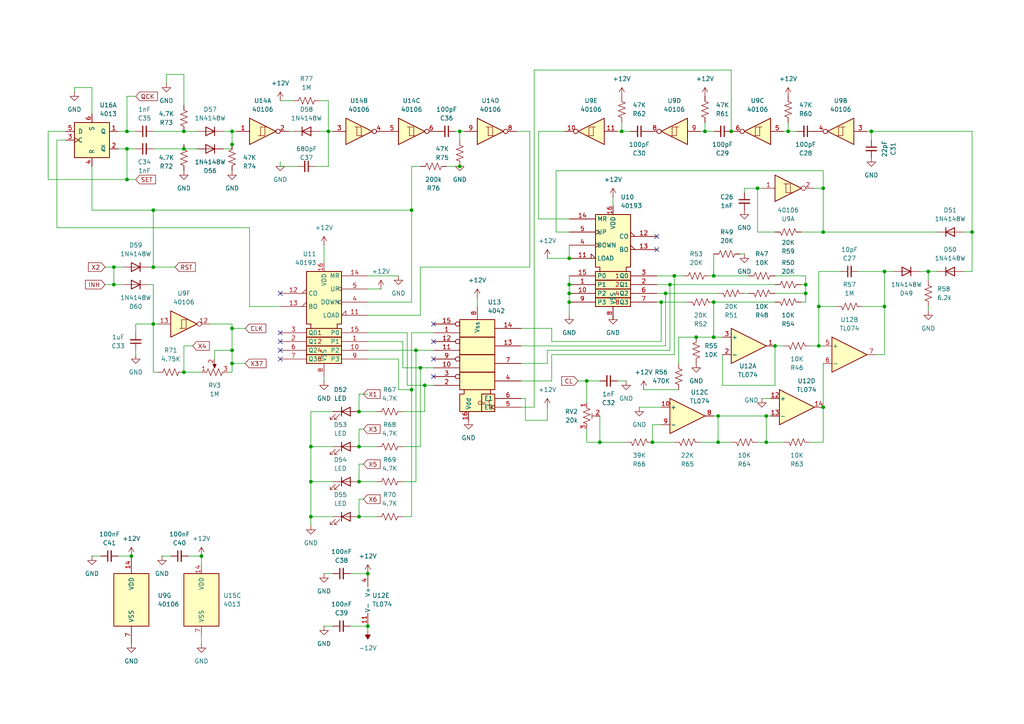
<source format=kicad_sch>
(kicad_sch (version 20231120) (generator "eeschema") (generator_version "8.0")
  (paper "A4")
  (junction (at 204.47 38.1))
  (junction (at 191.77 87.63))
  (junction (at 90.17 139.7))
  (junction (at 58.42 161.29))
  (junction (at 237.49 88.9))
  (junction (at 36.83 52.07))
  (junction (at 44.45 77.47))
  (junction (at 237.49 100.33))
  (junction (at 281.94 67.31))
  (junction (at 95.25 38.1))
  (junction (at 170.18 110.49))
  (junction (at 194.31 82.55))
  (junction (at 67.31 38.1))
  (junction (at 36.83 43.18))
  (junction (at 165.1 85.09))
  (junction (at 165.1 87.63))
  (junction (at 233.68 82.55))
  (junction (at 121.92 106.68))
  (junction (at 212.09 38.1))
  (junction (at 119.38 113.03))
  (junction (at 222.25 128.27))
  (junction (at 201.93 97.79))
  (junction (at 173.99 128.27))
  (junction (at 233.68 85.09))
  (junction (at 224.79 100.33))
  (junction (at 207.01 80.01))
  (junction (at 189.23 128.27))
  (junction (at 53.34 107.95))
  (junction (at 53.34 38.1))
  (junction (at 90.17 129.54))
  (junction (at 208.28 128.27))
  (junction (at 207.01 87.63))
  (junction (at 119.38 60.96))
  (junction (at 67.31 95.25))
  (junction (at 67.31 101.6))
  (junction (at 269.24 78.74))
  (junction (at 33.02 82.55))
  (junction (at 53.34 43.18))
  (junction (at 133.35 38.1))
  (junction (at 165.1 82.55))
  (junction (at 90.17 149.86))
  (junction (at 104.14 149.86))
  (junction (at 120.65 101.6))
  (junction (at 207.01 97.79))
  (junction (at 165.1 74.93))
  (junction (at 256.54 88.9))
  (junction (at 193.04 85.09))
  (junction (at 106.68 181.61))
  (junction (at 67.31 41.91))
  (junction (at 238.76 54.61))
  (junction (at 222.25 120.65))
  (junction (at 238.76 67.31))
  (junction (at 123.19 111.76))
  (junction (at 36.83 38.1))
  (junction (at 238.76 118.11))
  (junction (at 44.45 60.96))
  (junction (at 180.34 38.1))
  (junction (at 38.1 161.29))
  (junction (at 208.28 120.65))
  (junction (at 228.6 38.1))
  (junction (at 256.54 78.74))
  (junction (at 67.31 105.41))
  (junction (at 44.45 93.98))
  (junction (at 195.58 80.01))
  (junction (at 106.68 166.37))
  (junction (at 104.14 129.54))
  (junction (at 33.02 77.47))
  (junction (at 133.35 48.26))
  (junction (at 219.71 54.61))
  (junction (at 104.14 119.38))
  (junction (at 252.73 38.1))
  (junction (at 104.14 139.7))
  (no_connect (at 125.73 104.14))
  (no_connect (at 81.28 104.14))
  (no_connect (at 81.28 99.06))
  (no_connect (at 125.73 109.22))
  (no_connect (at 190.5 72.39))
  (no_connect (at 125.73 99.06))
  (no_connect (at 125.73 93.98))
  (no_connect (at 190.5 68.58))
  (no_connect (at 81.28 101.6))
  (no_connect (at 81.28 96.52))
  (no_connect (at 81.28 85.09))
  (wire (pts (xy 152.4 115.57) (xy 152.4 121.92)))
  (wire (pts (xy 92.71 29.21) (xy 95.25 29.21)))
  (wire (pts (xy 233.68 87.63) (xy 232.41 87.63)))
  (wire (pts (xy 207.01 80.01) (xy 217.17 80.01)))
  (wire (pts (xy 64.77 43.18) (xy 67.31 43.18)))
  (wire (pts (xy 123.19 119.38) (xy 123.19 111.76)))
  (wire (pts (xy 170.18 110.49) (xy 170.18 116.84)))
  (wire (pts (xy 21.59 26.67) (xy 21.59 25.4)))
  (wire (pts (xy 81.28 48.26) (xy 81.28 46.99)))
  (wire (pts (xy 269.24 78.74) (xy 271.78 78.74)))
  (wire (pts (xy 237.49 78.74) (xy 237.49 88.9)))
  (wire (pts (xy 227.33 100.33) (xy 224.79 100.33)))
  (wire (pts (xy 93.98 109.22) (xy 93.98 110.49)))
  (wire (pts (xy 53.34 21.59) (xy 48.26 21.59)))
  (wire (pts (xy 72.39 88.9) (xy 72.39 66.04)))
  (wire (pts (xy 238.76 128.27) (xy 238.76 118.11)))
  (wire (pts (xy 238.76 49.53) (xy 238.76 54.61)))
  (wire (pts (xy 173.99 120.65) (xy 173.99 128.27)))
  (wire (pts (xy 222.25 128.27) (xy 227.33 128.27)))
  (wire (pts (xy 36.83 43.18) (xy 34.29 43.18)))
  (wire (pts (xy 248.92 78.74) (xy 256.54 78.74)))
  (wire (pts (xy 173.99 128.27) (xy 170.18 128.27)))
  (wire (pts (xy 165.1 80.01) (xy 165.1 82.55)))
  (wire (pts (xy 30.48 77.47) (xy 33.02 77.47)))
  (wire (pts (xy 195.58 128.27) (xy 189.23 128.27)))
  (wire (pts (xy 208.28 120.65) (xy 222.25 120.65)))
  (wire (pts (xy 179.07 38.1) (xy 180.34 38.1)))
  (wire (pts (xy 156.21 38.1) (xy 163.83 38.1)))
  (wire (pts (xy 39.37 102.87) (xy 39.37 101.6)))
  (wire (pts (xy 158.75 101.6) (xy 194.31 101.6)))
  (wire (pts (xy 104.14 139.7) (xy 109.22 139.7)))
  (wire (pts (xy 33.02 82.55) (xy 33.02 77.47)))
  (wire (pts (xy 115.57 113.03) (xy 119.38 113.03)))
  (wire (pts (xy 67.31 95.25) (xy 71.12 95.25)))
  (wire (pts (xy 214.63 73.66) (xy 215.9 73.66)))
  (wire (pts (xy 219.71 67.31) (xy 224.79 67.31)))
  (wire (pts (xy 207.01 73.66) (xy 207.01 80.01)))
  (wire (pts (xy 106.68 83.82) (xy 110.49 83.82)))
  (wire (pts (xy 120.65 139.7) (xy 120.65 101.6)))
  (wire (pts (xy 256.54 78.74) (xy 259.08 78.74)))
  (wire (pts (xy 106.68 96.52) (xy 118.11 96.52)))
  (wire (pts (xy 53.34 43.18) (xy 53.34 41.91)))
  (wire (pts (xy 190.5 80.01) (xy 195.58 80.01)))
  (wire (pts (xy 13.97 38.1) (xy 13.97 52.07)))
  (wire (pts (xy 133.35 48.26) (xy 133.35 46.99)))
  (wire (pts (xy 121.92 106.68) (xy 125.73 106.68)))
  (wire (pts (xy 242.57 88.9) (xy 237.49 88.9)))
  (wire (pts (xy 222.25 120.65) (xy 223.52 120.65)))
  (wire (pts (xy 160.02 99.06) (xy 160.02 95.25)))
  (wire (pts (xy 223.52 115.57) (xy 220.98 115.57)))
  (wire (pts (xy 104.14 114.3) (xy 104.14 119.38)))
  (wire (pts (xy 115.57 104.14) (xy 115.57 113.03)))
  (wire (pts (xy 58.42 186.69) (xy 58.42 184.15)))
  (wire (pts (xy 180.34 35.56) (xy 180.34 38.1)))
  (wire (pts (xy 195.58 102.87) (xy 195.58 80.01)))
  (wire (pts (xy 39.37 27.94) (xy 36.83 27.94)))
  (wire (pts (xy 120.65 101.6) (xy 125.73 101.6)))
  (wire (pts (xy 194.31 82.55) (xy 224.79 82.55)))
  (wire (pts (xy 194.31 101.6) (xy 194.31 82.55)))
  (wire (pts (xy 67.31 43.18) (xy 67.31 41.91)))
  (wire (pts (xy 90.17 129.54) (xy 90.17 139.7)))
  (wire (pts (xy 105.41 144.78) (xy 104.14 144.78)))
  (wire (pts (xy 161.29 67.31) (xy 165.1 67.31)))
  (wire (pts (xy 160.02 110.49) (xy 160.02 102.87)))
  (wire (pts (xy 33.02 77.47) (xy 35.56 77.47)))
  (wire (pts (xy 26.67 25.4) (xy 26.67 33.02)))
  (wire (pts (xy 209.55 102.87) (xy 209.55 111.76)))
  (wire (pts (xy 95.25 38.1) (xy 92.71 38.1)))
  (wire (pts (xy 233.68 80.01) (xy 233.68 82.55)))
  (wire (pts (xy 46.99 161.29) (xy 49.53 161.29)))
  (wire (pts (xy 58.42 107.95) (xy 53.34 107.95)))
  (wire (pts (xy 153.67 38.1) (xy 153.67 77.47)))
  (wire (pts (xy 44.45 82.55) (xy 44.45 93.98)))
  (wire (pts (xy 118.11 111.76) (xy 123.19 111.76)))
  (wire (pts (xy 186.69 113.03) (xy 196.85 113.03)))
  (wire (pts (xy 81.28 88.9) (xy 72.39 88.9)))
  (wire (pts (xy 160.02 95.25) (xy 151.13 95.25)))
  (wire (pts (xy 233.68 85.09) (xy 233.68 82.55)))
  (wire (pts (xy 104.14 134.62) (xy 104.14 139.7)))
  (wire (pts (xy 48.26 21.59) (xy 48.26 24.13)))
  (wire (pts (xy 36.83 38.1) (xy 34.29 38.1)))
  (wire (pts (xy 57.15 38.1) (xy 53.34 38.1)))
  (wire (pts (xy 123.19 111.76) (xy 125.73 111.76)))
  (wire (pts (xy 208.28 128.27) (xy 212.09 128.27)))
  (wire (pts (xy 153.67 38.1) (xy 149.86 38.1)))
  (wire (pts (xy 96.52 38.1) (xy 95.25 38.1)))
  (wire (pts (xy 44.45 77.47) (xy 50.8 77.47)))
  (wire (pts (xy 16.51 40.64) (xy 19.05 40.64)))
  (wire (pts (xy 43.18 77.47) (xy 44.45 77.47)))
  (wire (pts (xy 232.41 82.55) (xy 233.68 82.55)))
  (wire (pts (xy 21.59 25.4) (xy 26.67 25.4)))
  (wire (pts (xy 44.45 60.96) (xy 119.38 60.96)))
  (wire (pts (xy 170.18 128.27) (xy 170.18 124.46)))
  (wire (pts (xy 165.1 74.93) (xy 172.72 74.93)))
  (wire (pts (xy 60.96 93.98) (xy 67.31 93.98)))
  (wire (pts (xy 153.67 77.47) (xy 121.92 77.47)))
  (wire (pts (xy 196.85 97.79) (xy 201.93 97.79)))
  (wire (pts (xy 93.98 71.12) (xy 93.98 76.2)))
  (wire (pts (xy 177.8 57.15) (xy 177.8 59.69)))
  (wire (pts (xy 44.45 77.47) (xy 44.45 60.96)))
  (wire (pts (xy 252.73 38.1) (xy 252.73 40.64)))
  (wire (pts (xy 250.19 88.9) (xy 256.54 88.9)))
  (wire (pts (xy 90.17 119.38) (xy 90.17 129.54)))
  (wire (pts (xy 238.76 49.53) (xy 161.29 49.53)))
  (wire (pts (xy 101.6 181.61) (xy 106.68 181.61)))
  (wire (pts (xy 67.31 105.41) (xy 67.31 107.95)))
  (wire (pts (xy 133.35 38.1) (xy 134.62 38.1)))
  (wire (pts (xy 224.79 80.01) (xy 233.68 80.01)))
  (wire (pts (xy 154.94 118.11) (xy 151.13 118.11)))
  (wire (pts (xy 119.38 60.96) (xy 119.38 87.63)))
  (wire (pts (xy 215.9 55.88) (xy 215.9 54.61)))
  (wire (pts (xy 35.56 82.55) (xy 33.02 82.55)))
  (wire (pts (xy 167.64 110.49) (xy 170.18 110.49)))
  (wire (pts (xy 204.47 38.1) (xy 207.01 38.1)))
  (wire (pts (xy 256.54 88.9) (xy 256.54 102.87)))
  (wire (pts (xy 85.09 29.21) (xy 81.28 29.21)))
  (wire (pts (xy 101.6 166.37) (xy 106.68 166.37)))
  (wire (pts (xy 151.13 115.57) (xy 152.4 115.57)))
  (wire (pts (xy 191.77 87.63) (xy 190.5 87.63)))
  (wire (pts (xy 64.77 38.1) (xy 67.31 38.1)))
  (wire (pts (xy 158.75 121.92) (xy 158.75 118.11)))
  (wire (pts (xy 67.31 93.98) (xy 67.31 95.25)))
  (wire (pts (xy 104.14 119.38) (xy 109.22 119.38)))
  (wire (pts (xy 121.92 77.47) (xy 121.92 91.44)))
  (wire (pts (xy 90.17 129.54) (xy 96.52 129.54)))
  (wire (pts (xy 90.17 149.86) (xy 90.17 152.4)))
  (wire (pts (xy 104.14 149.86) (xy 109.22 149.86)))
  (wire (pts (xy 132.08 38.1) (xy 133.35 38.1)))
  (wire (pts (xy 252.73 38.1) (xy 251.46 38.1)))
  (wire (pts (xy 90.17 139.7) (xy 90.17 149.86)))
  (wire (pts (xy 72.39 66.04) (xy 16.51 66.04)))
  (wire (pts (xy 212.09 38.1) (xy 212.09 20.32)))
  (wire (pts (xy 116.84 149.86) (xy 119.38 149.86)))
  (wire (pts (xy 106.68 104.14) (xy 115.57 104.14)))
  (wire (pts (xy 215.9 54.61) (xy 219.71 54.61)))
  (wire (pts (xy 193.04 85.09) (xy 208.28 85.09)))
  (wire (pts (xy 118.11 96.52) (xy 118.11 111.76)))
  (wire (pts (xy 54.61 161.29) (xy 58.42 161.29)))
  (wire (pts (xy 165.1 71.12) (xy 165.1 74.93)))
  (wire (pts (xy 116.84 119.38) (xy 123.19 119.38)))
  (wire (pts (xy 232.41 67.31) (xy 238.76 67.31)))
  (wire (pts (xy 219.71 54.61) (xy 219.71 67.31)))
  (wire (pts (xy 281.94 67.31) (xy 281.94 38.1)))
  (wire (pts (xy 44.45 82.55) (xy 43.18 82.55)))
  (wire (pts (xy 191.77 118.11) (xy 185.42 118.11)))
  (wire (pts (xy 44.45 93.98) (xy 45.72 93.98)))
  (wire (pts (xy 67.31 105.41) (xy 71.12 105.41)))
  (wire (pts (xy 180.34 38.1) (xy 182.88 38.1)))
  (wire (pts (xy 13.97 52.07) (xy 36.83 52.07)))
  (wire (pts (xy 106.68 181.61) (xy 106.68 182.88)))
  (wire (pts (xy 119.38 149.86) (xy 119.38 113.03)))
  (wire (pts (xy 165.1 82.55) (xy 165.1 85.09)))
  (wire (pts (xy 104.14 124.46) (xy 104.14 129.54)))
  (wire (pts (xy 224.79 85.09) (xy 233.68 85.09)))
  (wire (pts (xy 16.51 66.04) (xy 16.51 40.64)))
  (wire (pts (xy 116.84 139.7) (xy 120.65 139.7)))
  (wire (pts (xy 227.33 38.1) (xy 228.6 38.1)))
  (wire (pts (xy 279.4 78.74) (xy 281.94 78.74)))
  (wire (pts (xy 106.68 99.06) (xy 116.84 99.06)))
  (wire (pts (xy 207.01 87.63) (xy 224.79 87.63)))
  (wire (pts (xy 116.84 106.68) (xy 121.92 106.68)))
  (wire (pts (xy 39.37 93.98) (xy 44.45 93.98)))
  (wire (pts (xy 238.76 100.33) (xy 237.49 100.33)))
  (wire (pts (xy 119.38 96.52) (xy 125.73 96.52)))
  (wire (pts (xy 105.41 124.46) (xy 104.14 124.46)))
  (wire (pts (xy 161.29 49.53) (xy 161.29 67.31)))
  (wire (pts (xy 26.67 60.96) (xy 44.45 60.96)))
  (wire (pts (xy 209.55 97.79) (xy 207.01 97.79)))
  (wire (pts (xy 238.76 67.31) (xy 238.76 54.61)))
  (wire (pts (xy 281.94 38.1) (xy 252.73 38.1)))
  (wire (pts (xy 105.41 134.62) (xy 104.14 134.62)))
  (wire (pts (xy 26.67 48.26) (xy 26.67 60.96)))
  (wire (pts (xy 116.84 129.54) (xy 121.92 129.54)))
  (wire (pts (xy 121.92 48.26) (xy 119.38 48.26)))
  (wire (pts (xy 36.83 27.94) (xy 36.83 38.1)))
  (wire (pts (xy 189.23 128.27) (xy 189.23 123.19)))
  (wire (pts (xy 44.45 107.95) (xy 44.45 93.98)))
  (wire (pts (xy 86.36 48.26) (xy 81.28 48.26)))
  (wire (pts (xy 219.71 128.27) (xy 222.25 128.27)))
  (wire (pts (xy 158.75 74.93) (xy 165.1 74.93)))
  (wire (pts (xy 116.84 99.06) (xy 116.84 106.68)))
  (wire (pts (xy 177.8 92.71) (xy 177.8 91.44)))
  (wire (pts (xy 67.31 95.25) (xy 67.31 101.6)))
  (wire (pts (xy 26.67 161.29) (xy 29.21 161.29)))
  (wire (pts (xy 133.35 40.64) (xy 133.35 38.1)))
  (wire (pts (xy 106.68 80.01) (xy 115.57 80.01)))
  (wire (pts (xy 39.37 43.18) (xy 36.83 43.18)))
  (wire (pts (xy 201.93 97.79) (xy 207.01 97.79)))
  (wire (pts (xy 119.38 48.26) (xy 119.38 60.96)))
  (wire (pts (xy 39.37 96.52) (xy 39.37 93.98)))
  (wire (pts (xy 281.94 78.74) (xy 281.94 67.31)))
  (wire (pts (xy 151.13 110.49) (xy 160.02 110.49)))
  (wire (pts (xy 106.68 101.6) (xy 120.65 101.6)))
  (wire (pts (xy 196.85 105.41) (xy 196.85 97.79)))
  (wire (pts (xy 67.31 38.1) (xy 68.58 38.1)))
  (wire (pts (xy 104.14 144.78) (xy 104.14 149.86)))
  (wire (pts (xy 220.98 54.61) (xy 219.71 54.61)))
  (wire (pts (xy 173.99 110.49) (xy 170.18 110.49)))
  (wire (pts (xy 228.6 35.56) (xy 228.6 38.1)))
  (wire (pts (xy 243.84 78.74) (xy 237.49 78.74)))
  (wire (pts (xy 156.21 38.1) (xy 156.21 63.5)))
  (wire (pts (xy 34.29 161.29) (xy 38.1 161.29)))
  (wire (pts (xy 67.31 38.1) (xy 67.31 41.91)))
  (wire (pts (xy 93.98 181.61) (xy 96.52 181.61)))
  (wire (pts (xy 238.76 67.31) (xy 271.78 67.31)))
  (wire (pts (xy 95.25 29.21) (xy 95.25 38.1)))
  (wire (pts (xy 121.92 129.54) (xy 121.92 106.68)))
  (wire (pts (xy 83.82 38.1) (xy 85.09 38.1)))
  (wire (pts (xy 204.47 35.56) (xy 204.47 38.1)))
  (wire (pts (xy 90.17 149.86) (xy 96.52 149.86)))
  (wire (pts (xy 199.39 87.63) (xy 191.77 87.63)))
  (wire (pts (xy 203.2 38.1) (xy 204.47 38.1)))
  (wire (pts (xy 269.24 78.74) (xy 269.24 81.28)))
  (wire (pts (xy 207.01 120.65) (xy 208.28 120.65)))
  (wire (pts (xy 67.31 101.6) (xy 67.31 105.41)))
  (wire (pts (xy 156.21 63.5) (xy 165.1 63.5)))
  (wire (pts (xy 195.58 80.01) (xy 198.12 80.01)))
  (wire (pts (xy 160.02 102.87) (xy 195.58 102.87)))
  (wire (pts (xy 36.83 43.18) (xy 36.83 52.07)))
  (wire (pts (xy 58.42 161.29) (xy 58.42 163.83)))
  (wire (pts (xy 256.54 78.74) (xy 256.54 88.9)))
  (wire (pts (xy 95.25 48.26) (xy 91.44 48.26)))
  (wire (pts (xy 121.92 91.44) (xy 106.68 91.44)))
  (wire (pts (xy 238.76 54.61) (xy 236.22 54.61)))
  (wire (pts (xy 228.6 38.1) (xy 231.14 38.1)))
  (wire (pts (xy 95.25 38.1) (xy 95.25 48.26)))
  (wire (pts (xy 19.05 38.1) (xy 13.97 38.1)))
  (wire (pts (xy 160.02 99.06) (xy 191.77 99.06)))
  (wire (pts (xy 215.9 85.09) (xy 217.17 85.09)))
  (wire (pts (xy 209.55 111.76) (xy 224.79 111.76)))
  (wire (pts (xy 30.48 82.55) (xy 33.02 82.55)))
  (wire (pts (xy 158.75 105.41) (xy 158.75 101.6)))
  (wire (pts (xy 152.4 121.92) (xy 158.75 121.92)))
  (wire (pts (xy 165.1 91.44) (xy 165.1 87.63)))
  (wire (pts (xy 96.52 119.38) (xy 90.17 119.38)))
  (wire (pts (xy 154.94 20.32) (xy 154.94 118.11)))
  (wire (pts (xy 129.54 48.26) (xy 133.35 48.26)))
  (wire (pts (xy 151.13 105.41) (xy 158.75 105.41)))
  (wire (pts (xy 173.99 128.27) (xy 181.61 128.27)))
  (wire (pts (xy 189.23 123.19) (xy 191.77 123.19)))
  (wire (pts (xy 222.25 128.27) (xy 222.25 120.65)))
  (wire (pts (xy 53.34 30.48) (xy 53.34 21.59)))
  (wire (pts (xy 208.28 120.65) (xy 208.28 128.27)))
  (wire (pts (xy 224.79 111.76) (xy 224.79 100.33)))
  (wire (pts (xy 234.95 128.27) (xy 238.76 128.27)))
  (wire (pts (xy 269.24 90.17) (xy 269.24 88.9)))
  (wire (pts (xy 104.14 129.54) (xy 109.22 129.54)))
  (wire (pts (xy 39.37 52.07) (xy 36.83 52.07)))
  (wire (pts (xy 53.34 100.33) (xy 53.34 107.95)))
  (wire (pts (xy 256.54 102.87) (xy 254 102.87)))
  (wire (pts (xy 179.07 110.49) (xy 181.61 110.49)))
  (wire (pts (xy 238.76 105.41) (xy 238.76 118.11)))
  (wire (pts (xy 44.45 38.1) (xy 53.34 38.1)))
  (wire (pts (xy 266.7 78.74) (xy 269.24 78.74)))
  (wire (pts (xy 93.98 166.37) (xy 96.52 166.37)))
  (wire (pts (xy 104.14 114.3) (xy 106.68 114.3)))
  (wire (pts (xy 57.15 43.18) (xy 53.34 43.18)))
  (wire (pts (xy 237.49 88.9) (xy 237.49 100.33)))
  (wire (pts (xy 281.94 67.31) (xy 279.4 67.31)))
  (wire (pts (xy 190.5 85.09) (xy 193.04 85.09)))
  (wire (pts (xy 119.38 87.63) (xy 106.68 87.63)))
  (wire (pts (xy 237.49 100.33) (xy 234.95 100.33)))
  (wire (pts (xy 90.17 139.7) (xy 96.52 139.7)))
  (wire (pts (xy 62.23 101.6) (xy 67.31 101.6)))
  (wire (pts (xy 205.74 80.01) (xy 207.01 80.01)))
  (wire (pts (xy 67.31 107.95) (xy 66.04 107.95)))
  (wire (pts (xy 193.04 85.09) (xy 193.04 100.33)))
  (wire (pts (xy 191.77 99.06) (xy 191.77 87.63)))
  (wire (pts (xy 190.5 82.55) (xy 194.31 82.55)))
  (wire (pts (xy 119.38 113.03) (xy 119.38 96.52)))
  (wire (pts (xy 165.1 85.09) (xy 165.1 87.63)))
  (wire (pts (xy 138.43 86.36) (xy 138.43 88.9)))
  (wire (pts (xy 45.72 107.95) (xy 44.45 107.95)))
  (wire (pts (xy 151.13 100.33) (xy 193.04 100.33)))
  (wire (pts (xy 62.23 101.6) (xy 62.23 104.14)))
  (wire (pts (xy 55.88 100.33) (xy 53.34 100.33)))
  (wire (pts (xy 203.2 128.27) (xy 208.28 128.27)))
  (wire (pts (xy 44.45 43.18) (xy 53.34 43.18)))
  (wire (pts (xy 233.68 85.09) (xy 233.68 87.63)))
  (wire (pts (xy 212.09 20.32) (xy 154.94 20.32)))
  (wire (pts (xy 207.01 97.79) (xy 207.01 87.63)))
  (wire (pts (xy 39.37 38.1) (xy 36.83 38.1)))
  (global_label "X37" (shape input) (at 71.12 105.41 0) (property "Intersheetrefs" "${INTERSHEET_REFS}" (effects (hide yes))))
  (global_label "INH" (shape input) (at 30.48 82.55 180) (property "Intersheetrefs" "${INTERSHEET_REFS}" (effects (hide yes))))
  (global_label "X1" (shape input) (at 105.41 114.3 0) (property "Intersheetrefs" "${INTERSHEET_REFS}" (effects (hide yes))))
  (global_label "X5" (shape input) (at 105.41 134.62 0) (property "Intersheetrefs" "${INTERSHEET_REFS}" (effects (hide yes))))
  (global_label "SET" (shape input) (at 39.37 52.07 0) (property "Intersheetrefs" "${INTERSHEET_REFS}" (effects (hide yes))))
  (global_label "X3" (shape input) (at 105.41 124.46 0) (property "Intersheetrefs" "${INTERSHEET_REFS}" (effects (hide yes))))
  (global_label "CL" (shape input) (at 167.64 110.49 180) (property "Intersheetrefs" "${INTERSHEET_REFS}" (effects (hide yes))))
  (global_label "X4" (shape input) (at 55.88 100.33 0) (property "Intersheetrefs" "${INTERSHEET_REFS}" (effects (hide yes))))
  (global_label "X2" (shape input) (at 30.48 77.47 180) (property "Intersheetrefs" "${INTERSHEET_REFS}" (effects (hide yes))))
  (global_label "X6" (shape input) (at 105.41 144.78 0) (property "Intersheetrefs" "${INTERSHEET_REFS}" (effects (hide yes))))
  (global_label "RST" (shape input) (at 50.8 77.47 0) (property "Intersheetrefs" "${INTERSHEET_REFS}" (effects (hide yes))))
  (global_label "CLK" (shape input) (at 71.12 95.25 0) (property "Intersheetrefs" "${INTERSHEET_REFS}" (effects (hide yes))))
  (global_label "QCK" (shape input) (at 39.37 27.94 0) (property "Intersheetrefs" "${INTERSHEET_REFS}" (effects (hide yes))))
  (symbol (lib_id "4xxx:40106") (at 104.14 38.1 0) (mirror x) (unit 2)
    (property "Reference" "U14" (at 104.14 29.21 0))
    (property "Value" "40106" (at 104.14 31.75 0))
    (property "Datasheet" "https://assets.nexperia.com/documents/data-sheet/HEF40106B.pdf" (effects (hide yes)))
    (property "Description" "Hex Schmitt trigger inverter" (effects (hide yes)))
  )
  (symbol (lib_id "Diode:1N4148W") (at 39.37 82.55 0) (mirror y) (unit 1)
    (property "Reference" "D60" (at 39.37 88.9 0))
    (property "Value" "1N4148W" (at 39.37 86.36 0))
    (property "Footprint" "Diode_SMD:D_SOD-123" (effects (hide yes)))
    (property "Datasheet" "https://www.vishay.com/docs/85748/1n4148w.pdf" (effects (hide yes)))
    (property "Description" "75V 0.15A Fast Switching Diode, SOD-123" (effects (hide yes)))
    (property "Sim.Device" "D" (effects (hide yes)))
    (property "Sim.Pins" "1=K 2=A" (effects (hide yes)))
  )
  (symbol (lib_id "power:+12V") (at 110.49 83.82 0) (unit 1)
    (property "Reference" "#PWR073" (effects (hide yes)))
    (property "Value" "+12V" (at 110.49 78.74 0))
    (property "Description" "Power symbol creates a global label with name \"+12V\"" (effects (hide yes)))
  )
  (symbol (lib_id "Device:C_Small") (at 176.53 110.49 270) (unit 1)
    (property "Reference" "C32" (at 176.5237 116.84 90))
    (property "Value" "1nF" (at 176.5237 114.3 90))
    (property "Footprint" "Capacitor_SMD:C_0805_2012Metric_Pad1.18x1.45mm_HandSolder" (effects (hide yes)))
    (property "Description" "Unpolarized capacitor, small symbol" (effects (hide yes)))
  )
  (symbol (lib_id "4xxx_IEEE:40193") (at 177.8 72.39 0) (unit 1)
    (property "Reference" "U10" (at 179.9941 57.15 0) (effects (justify left)))
    (property "Value" "40193" (at 179.9941 59.69 0) (effects (justify left)))
  )
  (symbol (lib_id "Device:R_US") (at 228.6 31.75 0) (unit 1)
    (property "Reference" "R60" (at 233.68 33.02 0))
    (property "Value" "47K" (at 233.68 30.48 0))
    (property "Footprint" "Resistor_SMD:R_0805_2012Metric_Pad1.20x1.40mm_HandSolder" (effects (hide yes)))
    (property "Description" "Resistor, US symbol" (effects (hide yes)))
  )
  (symbol (lib_id "Device:C_Small") (at 99.06 181.61 90) (unit 1)
    (property "Reference" "C39" (at 99.0537 177.8 90))
    (property "Value" "100nF" (at 99.0537 175.26 90))
    (property "Footprint" "Capacitor_SMD:C_0805_2012Metric_Pad1.18x1.45mm_HandSolder" (effects (hide yes)))
    (property "Description" "Unpolarized capacitor, small symbol" (effects (hide yes)))
  )
  (symbol (lib_id "4xxx:4013") (at 26.67 40.64 0) (unit 1)
    (property "Reference" "U16" (at 28.8641 30.48 0) (effects (justify left)))
    (property "Value" "4013" (at 28.8641 33.02 0) (effects (justify left)))
    (property "Datasheet" "http://www.onsemi.com/pub/Collateral/MC14013B-D.PDF" (effects (hide yes)))
    (property "Description" "Dual D  FlipFlop, Set & reset" (effects (hide yes)))
  )
  (symbol (lib_id "Device:C_Small") (at 39.37 99.06 180) (unit 1)
    (property "Reference" "C33" (at 34.2837 100.33 0))
    (property "Value" "1uF" (at 34.2837 97.79 0))
    (property "Footprint" "Capacitor_SMD:C_0805_2012Metric_Pad1.18x1.45mm_HandSolder" (effects (hide yes)))
    (property "Description" "Unpolarized capacitor, small symbol" (effects (hide yes)))
  )
  (symbol (lib_id "power:GND") (at 90.17 152.4 0) (unit 1)
    (property "Reference" "#PWR070" (effects (hide yes)))
    (property "Value" "GND" (at 90.17 157.48 0))
    (property "Description" "Power symbol creates a global label with name \"GND\" , ground" (effects (hide yes)))
  )
  (symbol (lib_id "Device:R_US") (at 228.6 87.63 90) (mirror x) (unit 1)
    (property "Reference" "R54" (at 228.6 93.98 90))
    (property "Value" "10K" (at 228.6 91.44 90))
    (property "Footprint" "Resistor_SMD:R_0805_2012Metric_Pad1.20x1.40mm_HandSolder" (effects (hide yes)))
    (property "Description" "Resistor, US symbol" (effects (hide yes)))
  )
  (symbol (lib_id "power:+12V") (at 93.98 71.12 0) (unit 1)
    (property "Reference" "#PWR072" (effects (hide yes)))
    (property "Value" "+12V" (at 93.98 66.04 0))
    (property "Description" "Power symbol creates a global label with name \"+12V\"" (effects (hide yes)))
  )
  (symbol (lib_id "4xxx:40106") (at 142.24 38.1 0) (mirror x) (unit 4)
    (property "Reference" "U14" (at 142.24 29.21 0))
    (property "Value" "40106" (at 142.24 31.75 0))
    (property "Datasheet" "https://assets.nexperia.com/documents/data-sheet/HEF40106B.pdf" (effects (hide yes)))
    (property "Description" "Hex Schmitt trigger inverter" (effects (hide yes)))
  )
  (symbol (lib_id "power:GND") (at 58.42 186.69 0) (unit 1)
    (property "Reference" "#PWR087" (effects (hide yes)))
    (property "Value" "GND" (at 58.42 191.77 0))
    (property "Description" "Power symbol creates a global label with name \"GND\" , ground" (effects (hide yes)))
  )
  (symbol (lib_id "power:GND") (at 38.1 186.69 0) (unit 1)
    (property "Reference" "#PWR086" (effects (hide yes)))
    (property "Value" "GND" (at 38.1 191.77 0))
    (property "Description" "Power symbol creates a global label with name \"GND\" , ground" (effects (hide yes)))
  )
  (symbol (lib_id "4xxx:4013") (at 58.42 173.99 0) (unit 3)
    (property "Reference" "U15" (at 64.77 172.7199 0) (effects (justify left)))
    (property "Value" "4013" (at 64.77 175.2599 0) (effects (justify left)))
    (property "Datasheet" "http://www.onsemi.com/pub/Collateral/MC14013B-D.PDF" (effects (hide yes)))
    (property "Description" "Dual D  FlipFlop, Set & reset" (effects (hide yes)))
  )
  (symbol (lib_id "Diode:1N4148W") (at 39.37 77.47 180) (unit 1)
    (property "Reference" "D59" (at 39.37 71.12 0))
    (property "Value" "1N4148W" (at 39.37 73.66 0))
    (property "Footprint" "Diode_SMD:D_SOD-123" (effects (hide yes)))
    (property "Datasheet" "https://www.vishay.com/docs/85748/1n4148w.pdf" (effects (hide yes)))
    (property "Description" "75V 0.15A Fast Switching Diode, SOD-123" (effects (hide yes)))
    (property "Sim.Device" "D" (effects (hide yes)))
    (property "Sim.Pins" "1=K 2=A" (effects (hide yes)))
  )
  (symbol (lib_id "power:GND") (at 215.9 73.66 0) (unit 1)
    (property "Reference" "#PWR056" (effects (hide yes)))
    (property "Value" "GND" (at 215.9 78.74 0))
    (property "Description" "Power symbol creates a global label with name \"GND\" , ground" (effects (hide yes)))
  )
  (symbol (lib_id "4xxx:40106") (at 53.34 93.98 0) (unit 6)
    (property "Reference" "U9" (at 53.34 85.09 0))
    (property "Value" "40106" (at 53.34 87.63 0))
    (property "Datasheet" "https://assets.nexperia.com/documents/data-sheet/HEF40106B.pdf" (effects (hide yes)))
    (property "Description" "Hex Schmitt trigger inverter" (effects (hide yes)))
  )
  (symbol (lib_id "Device:R_US") (at 113.03 129.54 90) (unit 1)
    (property "Reference" "R68" (at 113.03 123.19 90))
    (property "Value" "4.7K" (at 113.03 125.73 90))
    (property "Footprint" "Resistor_SMD:R_0805_2012Metric_Pad1.20x1.40mm_HandSolder" (effects (hide yes)))
    (property "Description" "Resistor, US symbol" (effects (hide yes)))
  )
  (symbol (lib_id "Device:R_US") (at 228.6 82.55 90) (unit 1)
    (property "Reference" "R50" (at 228.6 76.2 90))
    (property "Value" "20K" (at 228.6 78.74 90))
    (property "Footprint" "Resistor_SMD:R_0805_2012Metric_Pad1.20x1.40mm_HandSolder" (effects (hide yes)))
    (property "Description" "Resistor, US symbol" (effects (hide yes)))
  )
  (symbol (lib_id "4xxx:40106") (at 228.6 54.61 0) (mirror x) (unit 1)
    (property "Reference" "U9" (at 228.6 63.5 0))
    (property "Value" "40106" (at 228.6 60.96 0))
    (property "Datasheet" "https://assets.nexperia.com/documents/data-sheet/HEF40106B.pdf" (effects (hide yes)))
    (property "Description" "Hex Schmitt trigger inverter" (effects (hide yes)))
  )
  (symbol (lib_id "power:GND") (at 165.1 91.44 0) (unit 1)
    (property "Reference" "#PWR052" (effects (hide yes)))
    (property "Value" "GND" (at 165.1 96.52 0))
    (property "Description" "Power symbol creates a global label with name \"GND\" , ground" (effects (hide yes)))
  )
  (symbol (lib_id "4xxx_IEEE:4042") (at 138.43 106.68 180) (unit 1)
    (property "Reference" "U13" (at 141.4465 87.63 0) (effects (justify right)))
    (property "Value" "4042" (at 141.4465 90.17 0) (effects (justify right)))
  )
  (symbol (lib_id "Device:LED") (at 100.33 119.38 0) (unit 1)
    (property "Reference" "D52" (at 98.7425 113.03 0))
    (property "Value" "LED" (at 98.7425 115.57 0))
    (property "Description" "Light emitting diode" (effects (hide yes)))
  )
  (symbol (lib_id "power:GND") (at 39.37 102.87 0) (unit 1)
    (property "Reference" "#PWR075" (effects (hide yes)))
    (property "Value" "GND" (at 39.37 107.95 0))
    (property "Description" "Power symbol creates a global label with name \"GND\" , ground" (effects (hide yes)))
  )
  (symbol (lib_id "Device:R_US") (at 220.98 85.09 90) (mirror x) (unit 1)
    (property "Reference" "R48" (at 220.98 91.44 90))
    (property "Value" "10K" (at 220.98 88.9 90))
    (property "Footprint" "Resistor_SMD:R_0805_2012Metric_Pad1.20x1.40mm_HandSolder" (effects (hide yes)))
    (property "Description" "Resistor, US symbol" (effects (hide yes)))
  )
  (symbol (lib_id "4xxx:40106") (at 38.1 173.99 0) (unit 7)
    (property "Reference" "U9" (at 45.72 172.7199 0) (effects (justify left)))
    (property "Value" "40106" (at 45.72 175.2599 0) (effects (justify left)))
    (property "Datasheet" "https://assets.nexperia.com/documents/data-sheet/HEF40106B.pdf" (effects (hide yes)))
    (property "Description" "Hex Schmitt trigger inverter" (effects (hide yes)))
  )
  (symbol (lib_id "Amplifier_Operational:TL074") (at 231.14 118.11 0) (unit 4)
    (property "Reference" "U12" (at 233.934 110.49 0))
    (property "Value" "TL074" (at 233.934 113.03 0))
    (property "Datasheet" "http://www.ti.com/lit/ds/symlink/tl071.pdf" (effects (hide yes)))
    (property "Description" "Quad Low-Noise JFET-Input Operational Amplifiers, DIP-14/SOIC-14" (effects (hide yes)))
  )
  (symbol (lib_id "Device:C_Small") (at 88.9 48.26 270) (mirror x) (unit 1)
    (property "Reference" "C37" (at 88.9063 45.72 90))
    (property "Value" "680pF" (at 88.9063 43.18 90))
    (property "Footprint" "Capacitor_SMD:C_0805_2012Metric_Pad1.18x1.45mm_HandSolder" (effects (hide yes)))
    (property "Description" "Unpolarized capacitor, small symbol" (effects (hide yes)))
  )
  (symbol (lib_id "Device:C_Small") (at 215.9 58.42 0) (mirror y) (unit 1)
    (property "Reference" "C26" (at 210.8137 57.15 0))
    (property "Value" "1nF" (at 210.8137 59.69 0))
    (property "Footprint" "Capacitor_SMD:C_0805_2012Metric_Pad1.18x1.45mm_HandSolder" (effects (hide yes)))
    (property "Description" "Unpolarized capacitor, small symbol" (effects (hide yes)))
  )
  (symbol (lib_id "Device:R_US") (at 203.2 87.63 270) (mirror x) (unit 1)
    (property "Reference" "R52" (at 203.2 93.98 90))
    (property "Value" "20K" (at 203.2 91.44 90))
    (property "Footprint" "Resistor_SMD:R_0805_2012Metric_Pad1.20x1.40mm_HandSolder" (effects (hide yes)))
    (property "Description" "Resistor, US symbol" (effects (hide yes)))
  )
  (symbol (lib_id "power:GND") (at 201.93 105.41 0) (unit 1)
    (property "Reference" "#PWR057" (effects (hide yes)))
    (property "Value" "GND" (at 201.93 110.49 0))
    (property "Description" "Power symbol creates a global label with name \"GND\" , ground" (effects (hide yes)))
  )
  (symbol (lib_id "power:+12V") (at 138.43 86.36 0) (unit 1)
    (property "Reference" "#PWR068" (effects (hide yes)))
    (property "Value" "+12V" (at 138.43 81.28 0))
    (property "Description" "Power symbol creates a global label with name \"+12V\"" (effects (hide yes)))
  )
  (symbol (lib_id "Device:R_US") (at 180.34 31.75 0) (unit 1)
    (property "Reference" "R62" (at 185.42 33.02 0))
    (property "Value" "47K" (at 185.42 30.48 0))
    (property "Footprint" "Resistor_SMD:R_0805_2012Metric_Pad1.20x1.40mm_HandSolder" (effects (hide yes)))
    (property "Description" "Resistor, US symbol" (effects (hide yes)))
  )
  (symbol (lib_id "power:+12V") (at 180.34 27.94 0) (unit 1)
    (property "Reference" "#PWR063" (effects (hide yes)))
    (property "Value" "+12V" (at 180.34 22.86 0))
    (property "Description" "Power symbol creates a global label with name \"+12V\"" (effects (hide yes)))
  )
  (symbol (lib_id "Device:R_Potentiometer_US") (at 62.23 107.95 90) (unit 1)
    (property "Reference" "RV3" (at 62.23 111.76 90))
    (property "Value" "1M" (at 62.23 114.3 90))
    (property "Description" "Potentiometer, US symbol" (effects (hide yes)))
  )
  (symbol (lib_id "4xxx_IEEE:40193") (at 93.98 88.9 0) (mirror y) (unit 1)
    (property "Reference" "U11" (at 91.7859 73.66 0) (effects (justify left)))
    (property "Value" "40193" (at 91.7859 76.2 0) (effects (justify left)))
  )
  (symbol (lib_id "Device:C_Small") (at 41.91 38.1 90) (unit 1)
    (property "Reference" "C35" (at 41.9037 34.29 90))
    (property "Value" "1nF" (at 41.9037 31.75 90))
    (property "Footprint" "Capacitor_SMD:C_0805_2012Metric_Pad1.18x1.45mm_HandSolder" (effects (hide yes)))
    (property "Description" "Unpolarized capacitor, small symbol" (effects (hide yes)))
  )
  (symbol (lib_id "power:+12V") (at 81.28 29.21 0) (mirror y) (unit 1)
    (property "Reference" "#PWR082" (effects (hide yes)))
    (property "Value" "+12V" (at 81.28 24.13 0))
    (property "Description" "Power symbol creates a global label with name \"+12V\"" (effects (hide yes)))
  )
  (symbol (lib_id "Device:C_Small") (at 52.07 161.29 90) (unit 1)
    (property "Reference" "C40" (at 52.0637 157.48 90))
    (property "Value" "100nF" (at 52.0637 154.94 90))
    (property "Footprint" "Capacitor_SMD:C_0805_2012Metric_Pad1.18x1.45mm_HandSolder" (effects (hide yes)))
    (property "Description" "Unpolarized capacitor, small symbol" (effects (hide yes)))
  )
  (symbol (lib_id "power:+12V") (at 158.75 118.11 0) (unit 1)
    (property "Reference" "#PWR050" (effects (hide yes)))
    (property "Value" "+12V" (at 158.75 113.03 0))
    (property "Description" "Power symbol creates a global label with name \"+12V\"" (effects (hide yes)))
  )
  (symbol (lib_id "power:GND") (at 215.9 60.96 0) (unit 1)
    (property "Reference" "#PWR060" (effects (hide yes)))
    (property "Value" "GND" (at 215.9 66.04 0))
    (property "Description" "Power symbol creates a global label with name \"GND\" , ground" (effects (hide yes)))
  )
  (symbol (lib_id "power:-12V") (at 106.68 182.88 180) (unit 1)
    (property "Reference" "#PWR051" (effects (hide yes)))
    (property "Value" "-12V" (at 106.68 187.96 0))
    (property "Description" "Power symbol creates a global label with name \"-12V\"" (effects (hide yes)))
  )
  (symbol (lib_id "power:GND") (at 135.89 121.92 0) (unit 1)
    (property "Reference" "#PWR069" (effects (hide yes)))
    (property "Value" "GND" (at 135.89 127 0))
    (property "Description" "Power symbol creates a global label with name \"GND\" , ground" (effects (hide yes)))
  )
  (symbol (lib_id "power:GND") (at 177.8 91.44 0) (unit 1)
    (property "Reference" "#PWR053" (effects (hide yes)))
    (property "Value" "GND" (at 177.8 96.52 0))
    (property "Description" "Power symbol creates a global label with name \"GND\" , ground" (effects (hide yes)))
  )
  (symbol (lib_id "Device:C_Small") (at 31.75 161.29 90) (unit 1)
    (property "Reference" "C41" (at 31.7437 157.48 90))
    (property "Value" "100nF" (at 31.7437 154.94 90))
    (property "Footprint" "Capacitor_SMD:C_0805_2012Metric_Pad1.18x1.45mm_HandSolder" (effects (hide yes)))
    (property "Description" "Unpolarized capacitor, small symbol" (effects (hide yes)))
  )
  (symbol (lib_id "power:+12V") (at 38.1 161.29 0) (unit 1)
    (property "Reference" "#PWR083" (effects (hide yes)))
    (property "Value" "+12V" (at 38.1 156.21 0))
    (property "Description" "Power symbol creates a global label with name \"+12V\"" (effects (hide yes)))
  )
  (symbol (lib_id "Device:C_Small") (at 233.68 38.1 270) (unit 1)
    (property "Reference" "C28" (at 233.6737 44.45 90))
    (property "Value" "100pF" (at 233.6737 41.91 90))
    (property "Footprint" "Capacitor_SMD:C_0805_2012Metric_Pad1.18x1.45mm_HandSolder" (effects (hide yes)))
    (property "Description" "Unpolarized capacitor, small symbol" (effects (hide yes)))
  )
  (symbol (lib_id "Device:R_US") (at 113.03 149.86 90) (unit 1)
    (property "Reference" "R70" (at 113.03 143.51 90))
    (property "Value" "4.7K" (at 113.03 146.05 90))
    (property "Footprint" "Resistor_SMD:R_0805_2012Metric_Pad1.20x1.40mm_HandSolder" (effects (hide yes)))
    (property "Description" "Resistor, US symbol" (effects (hide yes)))
  )
  (symbol (lib_id "power:GND") (at 26.67 161.29 0) (unit 1)
    (property "Reference" "#PWR093" (effects (hide yes)))
    (property "Value" "GND" (at 26.67 166.37 0))
    (property "Description" "Power symbol creates a global label with name \"GND\" , ground" (effects (hide yes)))
  )
  (symbol (lib_id "Device:R_US") (at 231.14 100.33 270) (mirror x) (unit 1)
    (property "Reference" "R46" (at 231.14 106.68 90))
    (property "Value" "10K" (at 231.14 104.14 90))
    (property "Footprint" "Resistor_SMD:R_0805_2012Metric_Pad1.20x1.40mm_HandSolder" (effects (hide yes)))
    (property "Description" "Resistor, US symbol" (effects (hide yes)))
  )
  (symbol (lib_id "Amplifier_Operational:TL074") (at 199.39 120.65 0) (unit 3)
    (property "Reference" "U12" (at 202.946 113.792 0))
    (property "Value" "TL074" (at 202.946 116.332 0))
    (property "Datasheet" "http://www.ti.com/lit/ds/symlink/tl071.pdf" (effects (hide yes)))
    (property "Description" "Quad Low-Noise JFET-Input Operational Amplifiers, DIP-14/SOIC-14" (effects (hide yes)))
  )
  (symbol (lib_id "power:GND") (at 48.26 24.13 0) (unit 1)
    (property "Reference" "#PWR078" (effects (hide yes)))
    (property "Value" "GND" (at 48.26 29.21 0))
    (property "Description" "Power symbol creates a global label with name \"GND\" , ground" (effects (hide yes)))
  )
  (symbol (lib_id "power:GND") (at 93.98 181.61 0) (unit 1)
    (property "Reference" "#PWR090" (effects (hide yes)))
    (property "Value" "GND" (at 93.98 186.69 0))
    (property "Description" "Power symbol creates a global label with name \"GND\" , ground" (effects (hide yes)))
  )
  (symbol (lib_id "power:+12V") (at 158.75 74.93 0) (unit 1)
    (property "Reference" "#PWR054" (effects (hide yes)))
    (property "Value" "+12V" (at 158.75 69.85 0))
    (property "Description" "Power symbol creates a global label with name \"+12V\"" (effects (hide yes)))
  )
  (symbol (lib_id "Device:R_US") (at 228.6 67.31 270) (mirror x) (unit 1)
    (property "Reference" "R59" (at 228.6 72.898 90))
    (property "Value" "20K" (at 228.6 70.358 90))
    (property "Footprint" "Resistor_SMD:R_0805_2012Metric_Pad1.20x1.40mm_HandSolder" (effects (hide yes)))
    (property "Description" "Resistor, US symbol" (effects (hide yes)))
  )
  (symbol (lib_id "power:GND") (at 93.98 110.49 0) (unit 1)
    (property "Reference" "#PWR071" (effects (hide yes)))
    (property "Value" "GND" (at 93.98 115.57 0))
    (property "Description" "Power symbol creates a global label with name \"GND\" , ground" (effects (hide yes)))
  )
  (symbol (lib_id "power:+12V") (at 204.47 27.94 0) (unit 1)
    (property "Reference" "#PWR062" (effects (hide yes)))
    (property "Value" "+12V" (at 204.47 22.86 0))
    (property "Description" "Power symbol creates a global label with name \"+12V\"" (effects (hide yes)))
  )
  (symbol (lib_id "Device:R_US") (at 185.42 128.27 90) (mirror x) (unit 1)
    (property "Reference" "R66" (at 185.42 134.62 90))
    (property "Value" "39K" (at 185.42 132.08 90))
    (property "Footprint" "Resistor_SMD:R_0805_2012Metric_Pad1.20x1.40mm_HandSolder" (effects (hide yes)))
    (property "Description" "Resistor, US symbol" (effects (hide yes)))
  )
  (symbol (lib_id "power:+12V") (at 228.6 27.94 0) (unit 1)
    (property "Reference" "#PWR061" (effects (hide yes)))
    (property "Value" "+12V" (at 228.6 22.86 0))
    (property "Description" "Power symbol creates a global label with name \"+12V\"" (effects (hide yes)))
  )
  (symbol (lib_id "Device:C_Small") (at 246.38 78.74 90) (unit 1)
    (property "Reference" "C27" (at 246.3737 74.93 90))
    (property "Value" "10pF" (at 246.3737 72.39 90))
    (property "Footprint" "Capacitor_SMD:C_0805_2012Metric_Pad1.18x1.45mm_HandSolder" (effects (hide yes)))
    (property "Description" "Unpolarized capacitor, small symbol" (effects (hide yes)))
  )
  (symbol (lib_id "4xxx:40106") (at 219.71 38.1 180) (unit 3)
    (property "Reference" "U9" (at 219.71 29.21 0))
    (property "Value" "40106" (at 219.71 31.75 0))
    (property "Datasheet" "https://assets.nexperia.com/documents/data-sheet/HEF40106B.pdf" (effects (hide yes)))
    (property "Description" "Hex Schmitt trigger inverter" (effects (hide yes)))
  )
  (symbol (lib_id "power:GND") (at 67.31 49.53 0) (mirror y) (unit 1)
    (property "Reference" "#PWR079" (effects (hide yes)))
    (property "Value" "GND" (at 67.31 54.61 0))
    (property "Description" "Power symbol creates a global label with name \"GND\" , ground" (effects (hide yes)))
  )
  (symbol (lib_id "Device:R_US") (at 196.85 109.22 180) (unit 1)
    (property "Reference" "R56" (at 191.77 107.95 0))
    (property "Value" "470K" (at 191.77 110.49 0))
    (property "Footprint" "Resistor_SMD:R_0805_2012Metric_Pad1.20x1.40mm_HandSolder" (effects (hide yes)))
    (property "Description" "Resistor, US symbol" (effects (hide yes)))
  )
  (symbol (lib_id "power:GND") (at 93.98 166.37 0) (unit 1)
    (property "Reference" "#PWR089" (effects (hide yes)))
    (property "Value" "GND" (at 93.98 171.45 0))
    (property "Description" "Power symbol creates a global label with name \"GND\" , ground" (effects (hide yes)))
  )
  (symbol (lib_id "Diode:1N4148W") (at 262.89 78.74 0) (mirror y) (unit 1)
    (property "Reference" "D49" (at 262.89 85.09 0))
    (property "Value" "1N4148W" (at 262.89 82.55 0))
    (property "Footprint" "Diode_SMD:D_SOD-123" (effects (hide yes)))
    (property "Datasheet" "https://www.vishay.com/docs/85748/1n4148w.pdf" (effects (hide yes)))
    (property "Description" "75V 0.15A Fast Switching Diode, SOD-123" (effects (hide yes)))
    (property "Sim.Device" "D" (effects (hide yes)))
    (property "Sim.Pins" "1=K 2=A" (effects (hide yes)))
  )
  (symbol (lib_id "power:+12V") (at 177.8 57.15 0) (unit 1)
    (property "Reference" "#PWR055" (effects (hide yes)))
    (property "Value" "+12V" (at 177.8 52.07 0))
    (property "Description" "Power symbol creates a global label with name \"+12V\"" (effects (hide yes)))
  )
  (symbol (lib_id "power:GND") (at 181.61 110.49 0) (unit 1)
    (property "Reference" "#PWR067" (effects (hide yes)))
    (property "Value" "GND" (at 181.61 115.57 0))
    (property "Description" "Power symbol creates a global label with name \"GND\" , ground" (effects (hide yes)))
  )
  (symbol (lib_id "Device:R_US") (at 210.82 73.66 90) (unit 1)
    (property "Reference" "R49" (at 210.82 67.31 90))
    (property "Value" "20K" (at 210.82 69.85 90))
    (property "Footprint" "Resistor_SMD:R_0805_2012Metric_Pad1.20x1.40mm_HandSolder" (effects (hide yes)))
    (property "Description" "Resistor, US symbol" (effects (hide yes)))
  )
  (symbol (lib_id "Device:R_US") (at 204.47 31.75 0) (unit 1)
    (property "Reference" "R61" (at 209.55 33.02 0))
    (property "Value" "47K" (at 209.55 30.48 0))
    (property "Footprint" "Resistor_SMD:R_0805_2012Metric_Pad1.20x1.40mm_HandSolder" (effects (hide yes)))
    (property "Description" "Resistor, US symbol" (effects (hide yes)))
  )
  (symbol (lib_id "Device:C_Small") (at 185.42 38.1 270) (unit 1)
    (property "Reference" "C30" (at 185.4137 44.45 90))
    (property "Value" "100pF" (at 185.4137 41.91 90))
    (property "Footprint" "Capacitor_SMD:C_0805_2012Metric_Pad1.18x1.45mm_HandSolder" (effects (hide yes)))
    (property "Description" "Unpolarized capacitor, small symbol" (effects (hide yes)))
  )
  (symbol (lib_id "Device:C_Small") (at 252.73 43.18 0) (unit 1)
    (property "Reference" "C31" (at 259.08 43.1863 90))
    (property "Value" "22pF" (at 256.54 43.1863 90))
    (property "Footprint" "Capacitor_SMD:C_0805_2012Metric_Pad1.18x1.45mm_HandSolder" (effects (hide yes)))
    (property "Description" "Unpolarized capacitor, small symbol" (effects (hide yes)))
  )
  (symbol (lib_id "power:GND") (at 21.59 26.67 0) (unit 1)
    (property "Reference" "#PWR076" (effects (hide yes)))
    (property "Value" "GND" (at 21.59 31.75 0))
    (property "Description" "Power symbol creates a global label with name \"GND\" , ground" (effects (hide yes)))
  )
  (symbol (lib_id "Device:LED") (at 100.33 139.7 0) (unit 1)
    (property "Reference" "D54" (at 98.7425 133.35 0))
    (property "Value" "LED" (at 98.7425 135.89 0))
    (property "Description" "Light emitting diode" (effects (hide yes)))
  )
  (symbol (lib_id "Diode:1N4148W") (at 60.96 38.1 180) (unit 1)
    (property "Reference" "D57" (at 60.96 31.75 0))
    (property "Value" "1N4148W" (at 60.96 34.29 0))
    (property "Footprint" "Diode_SMD:D_SOD-123" (effects (hide yes)))
    (property "Datasheet" "https://www.vishay.com/docs/85748/1n4148w.pdf" (effects (hide yes)))
    (property "Description" "75V 0.15A Fast Switching Diode, SOD-123" (effects (hide yes)))
    (property "Sim.Device" "D" (effects (hide yes)))
    (property "Sim.Pins" "1=K 2=A" (effects (hide yes)))
  )
  (symbol (lib_id "Amplifier_Operational:TL074") (at 109.22 173.99 0) (unit 5)
    (property "Reference" "U12" (at 107.95 172.7199 0) (effects (justify left)))
    (property "Value" "TL074" (at 107.95 175.2599 0) (effects (justify left)))
    (property "Datasheet" "http://www.ti.com/lit/ds/symlink/tl071.pdf" (effects (hide yes)))
    (property "Description" "Quad Low-Noise JFET-Input Operational Amplifiers, DIP-14/SOIC-14" (effects (hide yes)))
  )
  (symbol (lib_id "power:GND") (at 53.34 49.53 0) (unit 1)
    (property "Reference" "#PWR077" (effects (hide yes)))
    (property "Value" "GND" (at 53.34 54.61 0))
    (property "Description" "Power symbol creates a global label with name \"GND\" , ground" (effects (hide yes)))
  )
  (symbol (lib_id "Device:R_US") (at 199.39 128.27 90) (mirror x) (unit 1)
    (property "Reference" "R65" (at 199.39 134.62 90))
    (property "Value" "22K" (at 199.39 132.08 90))
    (property "Footprint" "Resistor_SMD:R_0805_2012Metric_Pad1.20x1.40mm_HandSolder" (effects (hide yes)))
    (property "Description" "Resistor, US symbol" (effects (hide yes)))
  )
  (symbol (lib_id "Device:R_US") (at 220.98 80.01 90) (unit 1)
    (property "Reference" "R47" (at 220.98 73.66 90))
    (property "Value" "10K" (at 220.98 76.2 90))
    (property "Footprint" "Resistor_SMD:R_0805_2012Metric_Pad1.20x1.40mm_HandSolder" (effects (hide yes)))
    (property "Description" "Resistor, US symbol" (effects (hide yes)))
  )
  (symbol (lib_id "Device:LED") (at 100.33 149.86 0) (unit 1)
    (property "Reference" "D55" (at 98.7425 143.51 0))
    (property "Value" "LED" (at 98.7425 146.05 0))
    (property "Description" "Light emitting diode" (effects (hide yes)))
  )
  (symbol (lib_id "Device:R_US") (at 49.53 107.95 90) (unit 1)
    (property "Reference" "R71" (at 49.53 101.6 90))
    (property "Value" "4.75K" (at 49.53 104.14 90))
    (property "Footprint" "Resistor_SMD:R_0805_2012Metric_Pad1.20x1.40mm_HandSolder" (effects (hide yes)))
    (property "Description" "Resistor, US symbol" (effects (hide yes)))
  )
  (symbol (lib_id "Device:C_Small") (at 41.91 43.18 90) (mirror x) (unit 1)
    (property "Reference" "C34" (at 41.9037 46.99 90))
    (property "Value" "1nF" (at 41.9037 49.53 90))
    (property "Footprint" "Capacitor_SMD:C_0805_2012Metric_Pad1.18x1.45mm_HandSolder" (effects (hide yes)))
    (property "Description" "Unpolarized capacitor, small symbol" (effects (hide yes)))
  )
  (symbol (lib_id "power:GND") (at 81.28 46.99 0) (mirror y) (unit 1)
    (property "Reference" "#PWR081" (effects (hide yes)))
    (property "Value" "GND" (at 81.28 52.07 0))
    (property "Description" "Power symbol creates a global label with name \"GND\" , ground" (effects (hide yes)))
  )
  (symbol (lib_id "Device:R_US") (at 231.14 128.27 90) (mirror x) (unit 1)
    (property "Reference" "R63" (at 231.14 134.62 90))
    (property "Value" "10K" (at 231.14 132.08 90))
    (property "Footprint" "Resistor_SMD:R_0805_2012Metric_Pad1.20x1.40mm_HandSolder" (effects (hide yes)))
    (property "Description" "Resistor, US symbol" (effects (hide yes)))
  )
  (symbol (lib_id "4xxx:40106") (at 195.58 38.1 180) (unit 4)
    (property "Reference" "U9" (at 195.58 29.21 0))
    (property "Value" "40106" (at 195.58 31.75 0))
    (property "Datasheet" "https://assets.nexperia.com/documents/data-sheet/HEF40106B.pdf" (effects (hide yes)))
    (property "Description" "Hex Schmitt trigger inverter" (effects (hide yes)))
  )
  (symbol (lib_id "Device:R_US") (at 212.09 85.09 90) (mirror x) (unit 1)
    (property "Reference" "R51" (at 212.09 91.44 90))
    (property "Value" "20K" (at 212.09 88.9 90))
    (property "Footprint" "Resistor_SMD:R_0805_2012Metric_Pad1.20x1.40mm_HandSolder" (effects (hide yes)))
    (property "Description" "Resistor, US symbol" (effects (hide yes)))
  )
  (symbol (lib_id "Device:R_US") (at 53.34 45.72 180) (unit 1)
    (property "Reference" "R72" (at 48.26 48.26 0))
    (property "Value" "4.7K" (at 48.26 45.72 0))
    (property "Footprint" "Resistor_SMD:R_0805_2012Metric_Pad1.20x1.40mm_HandSolder" (effects (hide yes)))
    (property "Description" "Resistor, US symbol" (effects (hide yes)))
  )
  (symbol (lib_id "Amplifier_Operational:TL074") (at 246.38 102.87 0) (unit 2)
    (property "Reference" "U12" (at 246.38 92.71 0))
    (property "Value" "TL074" (at 246.38 95.25 0))
    (property "Datasheet" "http://www.ti.com/lit/ds/symlink/tl071.pdf" (effects (hide yes)))
    (property "Description" "Quad Low-Noise JFET-Input Operational Amplifiers, DIP-14/SOIC-14" (effects (hide yes)))
  )
  (symbol (lib_id "power:GND") (at 115.57 80.01 0) (unit 1)
    (property "Reference" "#PWR074" (effects (hide yes)))
    (property "Value" "GND" (at 115.57 85.09 0))
    (property "Description" "Power symbol creates a global label with name \"GND\" , ground" (effects (hide yes)))
  )
  (symbol (lib_id "Diode:1N4148W") (at 88.9 38.1 0) (mirror x) (unit 1)
    (property "Reference" "D58" (at 88.9 31.75 0))
    (property "Value" "1N4148W" (at 88.9 34.29 0))
    (property "Footprint" "Diode_SMD:D_SOD-123" (effects (hide yes)))
    (property "Datasheet" "https://www.vishay.com/docs/85748/1n4148w.pdf" (effects (hide yes)))
    (property "Description" "75V 0.15A Fast Switching Diode, SOD-123" (effects (hide yes)))
    (property "Sim.Device" "D" (effects (hide yes)))
    (property "Sim.Pins" "1=K 2=A" (effects (hide yes)))
  )
  (symbol (lib_id "Amplifier_Operational:TL074") (at 217.17 100.33 0) (unit 1)
    (property "Reference" "U12" (at 216.916 106.172 0))
    (property "Value" "TL074" (at 216.916 108.712 0))
    (property "Datasheet" "http://www.ti.com/lit/ds/symlink/tl071.pdf" (effects (hide yes)))
    (property "Description" "Quad Low-Noise JFET-Input Operational Amplifiers, DIP-14/SOIC-14" (effects (hide yes)))
  )
  (symbol (lib_id "power:GND") (at 220.98 115.57 0) (unit 1)
    (property "Reference" "#PWR065" (effects (hide yes)))
    (property "Value" "GND" (at 217.932 116.078 0))
    (property "Description" "Power symbol creates a global label with name \"GND\" , ground" (effects (hide yes)))
  )
  (symbol (lib_id "Device:R_US") (at 269.24 85.09 180) (unit 1)
    (property "Reference" "R58" (at 271.78 83.8199 0) (effects (justify right)))
    (property "Value" "6.2k" (at 271.78 86.3599 0) (effects (justify right)))
    (property "Footprint" "Resistor_SMD:R_0805_2012Metric_Pad1.20x1.40mm_HandSolder" (effects (hide yes)))
    (property "Description" "Resistor, US symbol" (effects (hide yes)))
  )
  (symbol (lib_id "Diode:1N4148W") (at 275.59 67.31 0) (mirror x) (unit 1)
    (property "Reference" "D51" (at 275.59 60.96 0))
    (property "Value" "1N4148W" (at 275.59 63.5 0))
    (property "Footprint" "Diode_SMD:D_SOD-123" (effects (hide yes)))
    (property "Datasheet" "https://www.vishay.com/docs/85748/1n4148w.pdf" (effects (hide yes)))
    (property "Description" "75V 0.15A Fast Switching Diode, SOD-123" (effects (hide yes)))
    (property "Sim.Device" "D" (effects (hide yes)))
    (property "Sim.Pins" "1=K 2=A" (effects (hide yes)))
  )
  (symbol (lib_id "4xxx:40106") (at 171.45 38.1 180) (unit 5)
    (property "Reference" "U9" (at 171.45 29.21 0))
    (property "Value" "40106" (at 171.45 31.75 0))
    (property "Datasheet" "https://assets.nexperia.com/documents/data-sheet/HEF40106B.pdf" (effects (hide yes)))
    (property "Description" "Hex Schmitt trigger inverter" (effects (hide yes)))
  )
  (symbol (lib_id "Device:R_US") (at 88.9 29.21 90) (unit 1)
    (property "Reference" "R77" (at 88.9 22.86 90))
    (property "Value" "1M" (at 88.9 25.4 90))
    (property "Footprint" "Resistor_SMD:R_0805_2012Metric_Pad1.20x1.40mm_HandSolder" (effects (hide yes)))
    (property "Description" "Resistor, US symbol" (effects (hide yes)))
  )
  (symbol (lib_id "Device:R_US") (at 113.03 119.38 90) (unit 1)
    (property "Reference" "R67" (at 113.03 113.03 90))
    (property "Value" "4.7K" (at 113.03 115.57 90))
    (property "Footprint" "Resistor_SMD:R_0805_2012Metric_Pad1.20x1.40mm_HandSolder" (effects (hide yes)))
    (property "Description" "Resistor, US symbol" (effects (hide yes)))
  )
  (symbol (lib_id "4xxx:40106") (at 76.2 38.1 0) (unit 1)
    (property "Reference" "U14" (at 76.2 29.21 0))
    (property "Value" "40106" (at 76.2 31.75 0))
    (property "Datasheet" "https://assets.nexperia.com/documents/data-sheet/HEF40106B.pdf" (effects (hide yes)))
    (property "Description" "Hex Schmitt trigger inverter" (effects (hide yes)))
  )
  (symbol (lib_id "Device:C_Small") (at 209.55 38.1 270) (unit 1)
    (property "Reference" "C29" (at 209.5437 44.45 90))
    (property "Value" "100pF" (at 209.5437 41.91 90))
    (property "Footprint" "Capacitor_SMD:C_0805_2012Metric_Pad1.18x1.45mm_HandSolder" (effects (hide yes)))
    (property "Description" "Unpolarized capacitor, small symbol" (effects (hide yes)))
  )
  (symbol (lib_id "power:GND") (at 269.24 90.17 0) (unit 1)
    (property "Reference" "#PWR059" (effects (hide yes)))
    (property "Value" "GND" (at 269.24 95.25 0))
    (property "Description" "Power symbol creates a global label with name \"GND\" , ground" (effects (hide yes)))
  )
  (symbol (lib_id "Diode:1N4148W") (at 275.59 78.74 0) (mirror x) (unit 1)
    (property "Reference" "D50" (at 275.59 72.39 0))
    (property "Value" "1N4148W" (at 275.59 74.93 0))
    (property "Footprint" "Diode_SMD:D_SOD-123" (effects (hide yes)))
    (property "Datasheet" "https://www.vishay.com/docs/85748/1n4148w.pdf" (effects (hide yes)))
    (property "Description" "75V 0.15A Fast Switching Diode, SOD-123" (effects (hide yes)))
    (property "Sim.Device" "D" (effects (hide yes)))
    (property "Sim.Pins" "1=K 2=A" (effects (hide yes)))
  )
  (symbol (lib_id "power:GND") (at 252.73 45.72 0) (unit 1)
    (property "Reference" "#PWR064" (effects (hide yes)))
    (property "Value" "GND" (at 252.73 50.8 0))
    (property "Description" "Power symbol creates a global label with name \"GND\" , ground" (effects (hide yes)))
  )
  (symbol (lib_id "Device:R_US") (at 246.38 88.9 90) (mirror x) (unit 1)
    (property "Reference" "R57" (at 246.38 82.55 90))
    (property "Value" "1M" (at 246.38 85.09 90))
    (property "Footprint" "Resistor_SMD:R_0805_2012Metric_Pad1.20x1.40mm_HandSolder" (effects (hide yes)))
    (property "Description" "Resistor, US symbol" (effects (hide yes)))
  )
  (symbol (lib_id "Device:LED") (at 100.33 129.54 0) (unit 1)
    (property "Reference" "D53" (at 98.7425 123.19 0))
    (property "Value" "LED" (at 98.7425 125.73 0))
    (property "Description" "Light emitting diode" (effects (hide yes)))
  )
  (symbol (lib_id "power:+12V") (at 58.42 161.29 0) (unit 1)
    (property "Reference" "#PWR084" (effects (hide yes)))
    (property "Value" "+12V" (at 58.42 156.21 0))
    (property "Description" "Power symbol creates a global label with name \"+12V\"" (effects (hide yes)))
  )
  (symbol (lib_id "power:+12V") (at 186.69 113.03 0) (unit 1)
    (property "Reference" "#PWR058" (effects (hide yes)))
    (property "Value" "+12V" (at 186.69 107.95 0))
    (property "Description" "Power symbol creates a global label with name \"+12V\"" (effects (hide yes)))
  )
  (symbol (lib_id "power:+12V") (at 106.68 166.37 0) (unit 1)
    (property "Reference" "#PWR091" (effects (hide yes)))
    (property "Value" "+12V" (at 106.68 161.29 0))
    (property "Description" "Power symbol creates a global label with name \"+12V\"" (effects (hide yes)))
  )
  (symbol (lib_id "Device:C_Small") (at 99.06 166.37 90) (unit 1)
    (property "Reference" "C38" (at 99.0537 162.56 90))
    (property "Value" "100nF" (at 99.0537 160.02 90))
    (property "Footprint" "Capacitor_SMD:C_0805_2012Metric_Pad1.18x1.45mm_HandSolder" (effects (hide yes)))
    (property "Description" "Unpolarized capacitor, small symbol" (effects (hide yes)))
  )
  (symbol (lib_id "Device:C_Small") (at 129.54 38.1 270) (mirror x) (unit 1)
    (property "Reference" "C36" (at 129.5463 34.29 90))
    (property "Value" "100pF" (at 129.5463 31.75 90))
    (property "Footprint" "Capacitor_SMD:C_0805_2012Metric_Pad1.18x1.45mm_HandSolder" (effects (hide yes)))
    (property "Description" "Unpolarized capacitor, small symbol" (effects (hide yes)))
  )
  (symbol (lib_id "Device:R_US") (at 125.73 48.26 270) (unit 1)
    (property "Reference" "R76" (at 125.73 54.61 90))
    (property "Value" "200k" (at 125.73 52.07 90))
    (property "Footprint" "Resistor_SMD:R_0805_2012Metric_Pad1.20x1.40mm_HandSolder" (effects (hide yes)))
    (property "Description" "Resistor, US symbol" (effects (hide yes)))
  )
  (symbol (lib_id "Diode:1N4148W") (at 60.96 43.18 0) (mirror y) (unit 1)
    (property "Reference" "D56" (at 60.96 49.53 0))
    (property "Value" "1N4148W" (at 60.96 46.99 0))
    (property "Footprint" "Diode_SMD:D_SOD-123" (effects (hide yes)))
    (property "Datasheet" "https://www.vishay.com/docs/85748/1n4148w.pdf" (effects (hide yes)))
    (property "Description" "75V 0.15A Fast Switching Diode, SOD-123" (effects (hide yes)))
    (property "Sim.Device" "D" (effects (hide yes)))
    (property "Sim.Pins" "1=K 2=A" (effects (hide yes)))
  )
  (symbol (lib_id "Device:R_Potentiometer_Trim_US") (at 170.18 120.65 0) (unit 1)
    (property "Reference" "RV2" (at 167.64 119.3799 0) (effects (justify right)))
    (property "Value" "20k" (at 167.64 121.9199 0) (effects (justify right)))
    (property "Description" "Trim-potentiometer, US symbol" (effects (hide yes)))
  )
  (symbol (lib_id "Device:R_US") (at 201.93 101.6 0) (mirror x) (unit 1)
    (property "Reference" "R55" (at 206.248 100.33 0))
    (property "Value" "10K" (at 206.248 102.87 0))
    (property "Footprint" "Resistor_SMD:R_0805_2012Metric_Pad1.20x1.40mm_HandSolder" (effects (hide yes)))
    (property "Description" "Resistor, US symbol" (effects (hide yes)))
  )
  (symbol (lib_id "Device:R_US") (at 53.34 34.29 180) (unit 1)
    (property "Reference" "R73" (at 48.26 35.56 0))
    (property "Value" "4.7K" (at 48.26 33.02 0))
    (property "Footprint" "Resistor_SMD:R_0805_2012Metric_Pad1.20x1.40mm_HandSolder" (effects (hide yes)))
    (property "Description" "Resistor, US symbol" (effects (hide yes)))
  )
  (symbol (lib_id "power:GND") (at 185.42 118.11 0) (unit 1)
    (property "Reference" "#PWR066" (effects (hide yes)))
    (property "Value" "GND" (at 185.42 123.19 0))
    (property "Description" "Power symbol creates a global label with name \"GND\" , ground" (effects (hide yes)))
  )
  (symbol (lib_id "4xxx:40106") (at 119.38 38.1 0) (mirror x) (unit 3)
    (property "Reference" "U14" (at 119.38 29.21 0))
    (property "Value" "40106" (at 119.38 31.75 0))
    (property "Datasheet" "https://assets.nexperia.com/documents/data-sheet/HEF40106B.pdf" (effects (hide yes)))
    (property "Description" "Hex Schmitt trigger inverter" (effects (hide yes)))
  )
  (symbol (lib_id "power:GND") (at 46.99 161.29 0) (unit 1)
    (property "Reference" "#PWR092" (effects (hide yes)))
    (property "Value" "GND" (at 46.99 166.37 0))
    (property "Description" "Power symbol creates a global label with name \"GND\" , ground" (effects (hide yes)))
  )
  (symbol (lib_id "4xxx:40106") (at 243.84 38.1 180) (unit 2)
    (property "Reference" "U9" (at 243.84 29.21 0))
    (property "Value" "40106" (at 243.84 31.75 0))
    (property "Datasheet" "https://assets.nexperia.com/documents/data-sheet/HEF40106B.pdf" (effects (hide yes)))
    (property "Description" "Hex Schmitt trigger inverter" (effects (hide yes)))
  )
  (symbol (lib_id "Device:R_US") (at 201.93 80.01 90) (unit 1)
    (property "Reference" "R53" (at 201.93 73.66 90))
    (property "Value" "20K" (at 201.93 76.2 90))
    (property "Footprint" "Resistor_SMD:R_0805_2012Metric_Pad1.20x1.40mm_HandSolder" (effects (hide yes)))
    (property "Description" "Resistor, US symbol" (effects (hide yes)))
  )
  (symbol (lib_id "Device:R_US") (at 113.03 139.7 90) (unit 1)
    (property "Reference" "R69" (at 113.03 133.35 90))
    (property "Value" "4.7K" (at 113.03 135.89 90))
    (property "Footprint" "Resistor_SMD:R_0805_2012Metric_Pad1.20x1.40mm_HandSolder" (effects (hide yes)))
    (property "Description" "Resistor, US symbol" (effects (hide yes)))
  )
  (symbol (lib_id "power:GND") (at 133.35 46.99 0) (mirror y) (unit 1)
    (property "Reference" "#PWR080" (effects (hide yes)))
    (property "Value" "GND" (at 133.35 52.07 0))
    (property "Description" "Power symbol creates a global label with name \"GND\" , ground" (effects (hide yes)))
  )
  (symbol (lib_id "Device:R_US") (at 215.9 128.27 90) (mirror x) (unit 1)
    (property "Reference" "R64" (at 215.9 134.62 90))
    (property "Value" "10K" (at 215.9 132.08 90))
    (property "Footprint" "Resistor_SMD:R_0805_2012Metric_Pad1.20x1.40mm_HandSolder" (effects (hide yes)))
    (property "Description" "Resistor, US symbol" (effects (hide yes)))
  )
  (symbol (lib_id "Device:R_US") (at 67.31 45.72 0) (mirror x) (unit 1)
    (property "Reference" "R74" (at 72.39 48.26 0))
    (property "Value" "47K" (at 72.39 45.72 0))
    (property "Footprint" "Resistor_SMD:R_0805_2012Metric_Pad1.20x1.40mm_HandSolder" (effects (hide yes)))
    (property "Description" "Resistor, US symbol" (effects (hide yes)))
  )
  (symbol (lib_id "Device:R_US") (at 133.35 44.45 180) (unit 1)
    (property "Reference" "R75" (at 128.27 45.72 0))
    (property "Value" "47K" (at 128.27 43.18 0))
    (property "Footprint" "Resistor_SMD:R_0805_2012Metric_Pad1.20x1.40mm_HandSolder" (effects (hide yes)))
    (property "Description" "Resistor, US symbol" (effects (hide yes)))
  )
)
</source>
